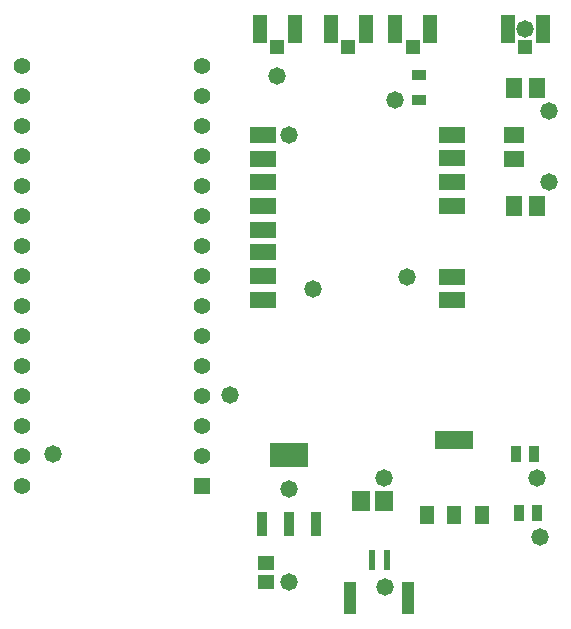
<source format=gbr>
G04*
G04 #@! TF.GenerationSoftware,Altium Limited,Altium Designer,24.6.1 (21)*
G04*
G04 Layer_Color=8388736*
%FSLAX25Y25*%
%MOIN*%
G70*
G04*
G04 #@! TF.SameCoordinates,E50FEA8C-7DC8-4ABE-93B5-960DD125A3C4*
G04*
G04*
G04 #@! TF.FilePolarity,Negative*
G04*
G01*
G75*
%ADD18R,0.03740X0.08465*%
%ADD19R,0.12795X0.08465*%
%ADD24R,0.02362X0.06693*%
%ADD25R,0.03937X0.10630*%
%ADD27R,0.04724X0.03543*%
%ADD29R,0.05733X0.05136*%
%ADD30R,0.03740X0.05315*%
%ADD31R,0.12992X0.05906*%
%ADD32R,0.04724X0.05906*%
%ADD33R,0.06509X0.05524*%
%ADD34R,0.08674X0.05800*%
%ADD35R,0.04737X0.04934*%
%ADD36R,0.04934X0.09461*%
%ADD37R,0.05524X0.06509*%
%ADD38R,0.06312X0.06706*%
%ADD39C,0.05567*%
%ADD40R,0.05567X0.05567*%
%ADD41C,0.05800*%
D18*
X93307Y35827D02*
D03*
X102362D02*
D03*
X111417D02*
D03*
D19*
X102362Y58661D02*
D03*
D24*
X134843Y23622D02*
D03*
X129921D02*
D03*
D25*
X142126Y11024D02*
D03*
X122638D02*
D03*
D27*
X145669Y176969D02*
D03*
Y185236D02*
D03*
D29*
X94488Y16513D02*
D03*
Y22857D02*
D03*
D30*
X185039Y39370D02*
D03*
X179134D02*
D03*
X184055Y59055D02*
D03*
X178150D02*
D03*
D31*
X157480Y63779D02*
D03*
D32*
X166535Y38583D02*
D03*
X157480D02*
D03*
X148425D02*
D03*
D33*
X177165Y165354D02*
D03*
Y157480D02*
D03*
D34*
X156604Y141732D02*
D03*
X93582Y141780D02*
D03*
X93612Y126358D02*
D03*
Y133858D02*
D03*
X93604Y149606D02*
D03*
X93582Y157480D02*
D03*
Y110236D02*
D03*
X93612Y165354D02*
D03*
X156604Y118110D02*
D03*
X93604Y118360D02*
D03*
X156612Y165354D02*
D03*
Y157854D02*
D03*
X156604Y149606D02*
D03*
Y110236D02*
D03*
D35*
X181102Y194783D02*
D03*
X98425D02*
D03*
X143602D02*
D03*
X122047D02*
D03*
D36*
X186909Y200787D02*
D03*
X175295D02*
D03*
X104232D02*
D03*
X92618D02*
D03*
X137795D02*
D03*
X149409D02*
D03*
X116240D02*
D03*
X127854D02*
D03*
D37*
X185039Y141732D02*
D03*
X177165D02*
D03*
Y181102D02*
D03*
X185039D02*
D03*
D38*
X126378Y43307D02*
D03*
X133858D02*
D03*
D39*
X13307Y48297D02*
D03*
Y58297D02*
D03*
Y68297D02*
D03*
Y78297D02*
D03*
Y88297D02*
D03*
Y98297D02*
D03*
Y108297D02*
D03*
Y118297D02*
D03*
Y128297D02*
D03*
Y138297D02*
D03*
Y148297D02*
D03*
Y158297D02*
D03*
Y168297D02*
D03*
Y178297D02*
D03*
Y188297D02*
D03*
X73307D02*
D03*
Y178297D02*
D03*
Y168297D02*
D03*
Y158297D02*
D03*
Y148297D02*
D03*
Y138297D02*
D03*
Y128297D02*
D03*
Y118297D02*
D03*
Y108297D02*
D03*
Y98297D02*
D03*
Y88297D02*
D03*
Y78297D02*
D03*
Y68297D02*
D03*
Y58297D02*
D03*
D40*
Y48297D02*
D03*
D41*
X181102Y200787D02*
D03*
X98425Y185039D02*
D03*
X134350Y14665D02*
D03*
X185039Y51181D02*
D03*
X133858D02*
D03*
X102362Y47244D02*
D03*
X102362Y16463D02*
D03*
X102362Y165354D02*
D03*
X141732Y118110D02*
D03*
X188976Y149606D02*
D03*
X186024Y31496D02*
D03*
X137795Y177165D02*
D03*
X188976Y173228D02*
D03*
X110236Y114173D02*
D03*
X23622Y59055D02*
D03*
X82677Y78740D02*
D03*
M02*

</source>
